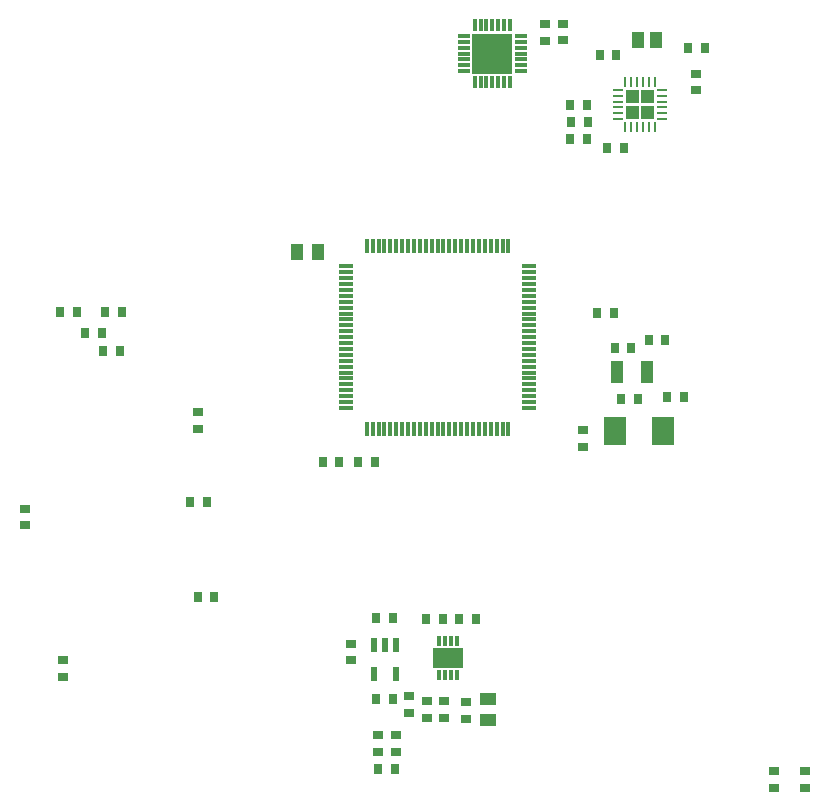
<source format=gbp>
G04*
G04 #@! TF.GenerationSoftware,Altium Limited,Altium Designer,22.8.2 (66)*
G04*
G04 Layer_Color=128*
%FSLAX44Y44*%
%MOMM*%
G71*
G04*
G04 #@! TF.SameCoordinates,9714C633-81E7-4BB1-B996-9AD4BBD72758*
G04*
G04*
G04 #@! TF.FilePolarity,Positive*
G04*
G01*
G75*
%ADD16R,0.8000X0.9000*%
%ADD17R,0.9000X0.8000*%
%ADD21R,0.6000X1.2000*%
%ADD67R,0.3000X1.0000*%
%ADD68R,1.0000X0.3000*%
%ADD69R,3.3500X3.3500*%
%ADD70R,1.4700X1.1400*%
%ADD71R,1.1400X1.4700*%
%ADD72R,0.8128X0.2032*%
%ADD73R,0.2032X0.8128*%
%ADD75R,0.3000X0.8500*%
%ADD76R,2.5400X1.7000*%
%ADD77R,1.1000X1.4000*%
%ADD78R,0.3048X1.1938*%
%ADD79R,1.1938X0.3048*%
%ADD80R,1.1000X1.9000*%
%ADD81R,1.9000X2.4000*%
G36*
X700538Y662065D02*
X711492D01*
Y651111D01*
X700538D01*
Y662065D01*
D02*
G37*
G36*
Y675018D02*
X711492D01*
Y664064D01*
X700538D01*
Y675018D01*
D02*
G37*
G36*
X713492Y662065D02*
X724446D01*
Y651111D01*
X713492D01*
Y662065D01*
D02*
G37*
G36*
Y675018D02*
X724446D01*
Y664064D01*
X713492D01*
Y675018D01*
D02*
G37*
D16*
X690260Y486410D02*
D03*
X676260D02*
D03*
X257810Y454660D02*
D03*
X271810D02*
D03*
X259700Y487680D02*
D03*
X273700D02*
D03*
X235600Y487680D02*
D03*
X221600D02*
D03*
X256540Y469900D02*
D03*
X242540D02*
D03*
X502920Y228600D02*
D03*
X488920D02*
D03*
X488847Y160020D02*
D03*
X502847D02*
D03*
X345440Y326390D02*
D03*
X331440D02*
D03*
X351820Y246380D02*
D03*
X337820D02*
D03*
X559420Y227630D02*
D03*
X573420D02*
D03*
X733663Y463520D02*
D03*
X719663D02*
D03*
X704850Y457200D02*
D03*
X690850D02*
D03*
X749466Y415260D02*
D03*
X735466D02*
D03*
X696580Y414020D02*
D03*
X710580D02*
D03*
X443820Y360680D02*
D03*
X457820D02*
D03*
X487680D02*
D03*
X473680D02*
D03*
X753110Y711324D02*
D03*
X767110D02*
D03*
X692180Y704975D02*
D03*
X678180D02*
D03*
X653400Y662940D02*
D03*
X667400D02*
D03*
X667400Y633855D02*
D03*
X653400D02*
D03*
X668020Y648398D02*
D03*
X654020D02*
D03*
X698531Y626235D02*
D03*
X684530D02*
D03*
X504840Y100330D02*
D03*
X490840D02*
D03*
X545480Y227630D02*
D03*
X531480D02*
D03*
D17*
X516890Y147940D02*
D03*
Y161940D02*
D03*
X825500Y98440D02*
D03*
Y84440D02*
D03*
X852170Y98440D02*
D03*
Y84440D02*
D03*
X467360Y206390D02*
D03*
Y192390D02*
D03*
X337820Y402590D02*
D03*
Y388590D02*
D03*
X191770Y320690D02*
D03*
Y306690D02*
D03*
X223520Y178420D02*
D03*
Y192420D02*
D03*
X664210Y387350D02*
D03*
Y373350D02*
D03*
X631680Y716895D02*
D03*
Y730895D02*
D03*
X646920Y717544D02*
D03*
Y731545D02*
D03*
X759847Y689223D02*
D03*
Y675223D02*
D03*
X532130Y157780D02*
D03*
Y143780D02*
D03*
X565150Y142860D02*
D03*
Y156860D02*
D03*
X490220Y129220D02*
D03*
Y115220D02*
D03*
X505460Y129220D02*
D03*
Y115220D02*
D03*
X546673Y143780D02*
D03*
Y157780D02*
D03*
D21*
X487070Y205540D02*
D03*
X496570D02*
D03*
X506070D02*
D03*
Y180540D02*
D03*
X487070D02*
D03*
D67*
X572391Y730244D02*
D03*
X577390D02*
D03*
X582391D02*
D03*
X587390D02*
D03*
X592391D02*
D03*
X597390D02*
D03*
X602391D02*
D03*
Y682244D02*
D03*
X597390D02*
D03*
X592391D02*
D03*
X587390D02*
D03*
X582391D02*
D03*
X577390D02*
D03*
X572391D02*
D03*
D68*
X611390Y721244D02*
D03*
Y716244D02*
D03*
Y711244D02*
D03*
Y706245D02*
D03*
Y701244D02*
D03*
Y696245D02*
D03*
Y691244D02*
D03*
X563390D02*
D03*
Y696245D02*
D03*
Y701244D02*
D03*
Y706245D02*
D03*
Y711244D02*
D03*
Y716244D02*
D03*
Y721244D02*
D03*
D69*
X587390Y706245D02*
D03*
D70*
X583773Y142230D02*
D03*
Y160030D02*
D03*
D71*
X421630Y538480D02*
D03*
X439430D02*
D03*
D72*
X731415Y675564D02*
D03*
Y670565D02*
D03*
Y665564D02*
D03*
Y660565D02*
D03*
Y655564D02*
D03*
Y650565D02*
D03*
X693569D02*
D03*
Y655564D02*
D03*
Y660565D02*
D03*
Y665564D02*
D03*
Y670565D02*
D03*
Y675564D02*
D03*
D73*
X724992Y644141D02*
D03*
X719992D02*
D03*
X714992D02*
D03*
X709992D02*
D03*
X704992D02*
D03*
X699992D02*
D03*
Y681988D02*
D03*
X704992D02*
D03*
X709992D02*
D03*
X714992D02*
D03*
X719992D02*
D03*
X724992D02*
D03*
D75*
X557410Y179810D02*
D03*
X552410D02*
D03*
X547410D02*
D03*
X542410D02*
D03*
Y208810D02*
D03*
X547410D02*
D03*
X552410D02*
D03*
X557410D02*
D03*
D76*
X549910Y194310D02*
D03*
D77*
X725700Y717674D02*
D03*
X710700D02*
D03*
D78*
X596020Y543590D02*
D03*
X591020D02*
D03*
X586020D02*
D03*
X581020D02*
D03*
X576020D02*
D03*
X571020D02*
D03*
X566020D02*
D03*
X561020D02*
D03*
X556020D02*
D03*
X551020D02*
D03*
X546020D02*
D03*
X541020D02*
D03*
X536020D02*
D03*
X531020D02*
D03*
X526020D02*
D03*
X521020D02*
D03*
X516020D02*
D03*
X511020D02*
D03*
X506020D02*
D03*
X501020D02*
D03*
X496020D02*
D03*
X491020D02*
D03*
X486020D02*
D03*
X481020D02*
D03*
X486020Y388590D02*
D03*
X491020D02*
D03*
X496020D02*
D03*
X501020D02*
D03*
X506020D02*
D03*
X511020D02*
D03*
X516020D02*
D03*
X521020D02*
D03*
X526020D02*
D03*
X531020D02*
D03*
X536020D02*
D03*
X541020D02*
D03*
X546020D02*
D03*
X551020D02*
D03*
X556020D02*
D03*
X561020D02*
D03*
X566020D02*
D03*
X571020D02*
D03*
X576020D02*
D03*
X581020D02*
D03*
X586020D02*
D03*
X596020D02*
D03*
X601020D02*
D03*
X481020D02*
D03*
X591020D02*
D03*
X601020Y543590D02*
D03*
D79*
X463520Y521090D02*
D03*
Y511090D02*
D03*
Y506090D02*
D03*
Y501090D02*
D03*
Y496090D02*
D03*
Y491090D02*
D03*
Y486090D02*
D03*
Y481090D02*
D03*
Y476090D02*
D03*
Y471090D02*
D03*
Y466090D02*
D03*
Y461090D02*
D03*
Y456090D02*
D03*
Y451090D02*
D03*
Y446090D02*
D03*
Y441090D02*
D03*
Y436090D02*
D03*
Y431090D02*
D03*
Y426090D02*
D03*
Y421090D02*
D03*
Y416090D02*
D03*
Y411090D02*
D03*
Y406090D02*
D03*
X618520D02*
D03*
Y411090D02*
D03*
Y416090D02*
D03*
Y431090D02*
D03*
Y436090D02*
D03*
Y441090D02*
D03*
Y446090D02*
D03*
Y451090D02*
D03*
Y456090D02*
D03*
Y461090D02*
D03*
Y466090D02*
D03*
Y471090D02*
D03*
Y481090D02*
D03*
Y486090D02*
D03*
Y491090D02*
D03*
Y496090D02*
D03*
Y501090D02*
D03*
Y506090D02*
D03*
Y511090D02*
D03*
Y516090D02*
D03*
Y521090D02*
D03*
Y526090D02*
D03*
X463520Y516090D02*
D03*
Y526090D02*
D03*
X618520Y421090D02*
D03*
Y426090D02*
D03*
Y476090D02*
D03*
D80*
X717936Y436407D02*
D03*
X692935D02*
D03*
D81*
X690868Y386727D02*
D03*
X731868D02*
D03*
M02*

</source>
